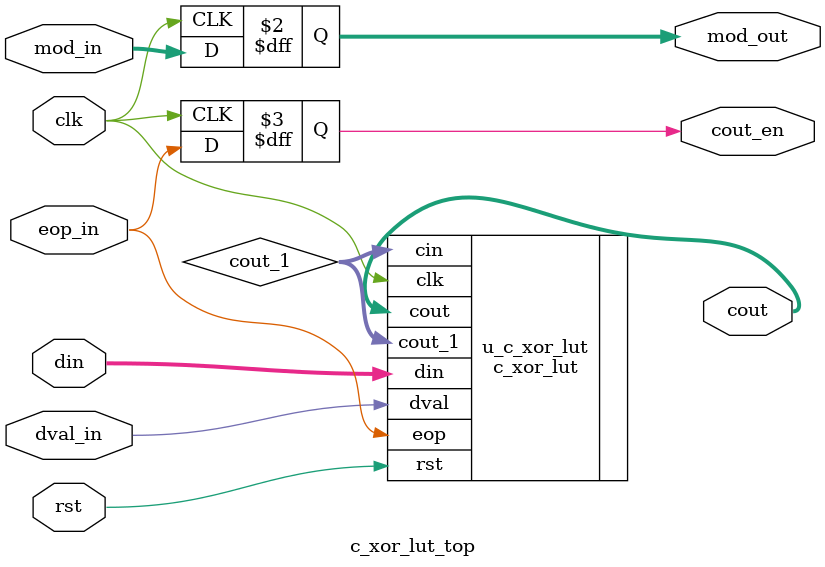
<source format=v>
`timescale 1ns/1ps 

module c_xor_lut_top 

# ( parameter   MOD_WIDTH                = 12 ,
                C_POLY                   = 0
  
   

  )
( 
			      input	clk   ,
			      input	rst   ,
            // input sop_in  ,
            input eop_in  ,
            input dval_in ,
            input [MOD_WIDTH-1:0] mod_in  ,
            input [31:0] din  ,
            
            
           //  output reg sop_out  ,
           //  output reg eop_out  ,
           //  output reg dval_out ,
            
            output reg [MOD_WIDTH-1:0] mod_out ,
            output reg cout_en ,
            output [31:0] cout   


 ) ;


  // wire [31:0] cout  ;
  wire [31:0] cout_1;




c_xor_lut  
# ( .C_POLY ( C_POLY ) )
u_c_xor_lut   (     
            .clk    ( clk )  ,
            .rst    ( rst )  ,
            .eop    ( eop_in )  ,
            .dval   ( dval_in )  ,
            .din    ( din     )  , // 6904BB59
            .cin    ( cout_1  )  ,
            .cout   ( cout  )  ,
            .cout_1 ( cout_1 )    
              ) ;



always @(posedge clk  ) begin
	// if (rst == 1'b1) begin
	// 	mod_out <= 'b0 ;
	// 	cout_en <= 'b0 ;
	// end
 //    else begin
		mod_out <=  mod_in ;
		cout_en <=  eop_in ;
    // end
end












endmodule
</source>
